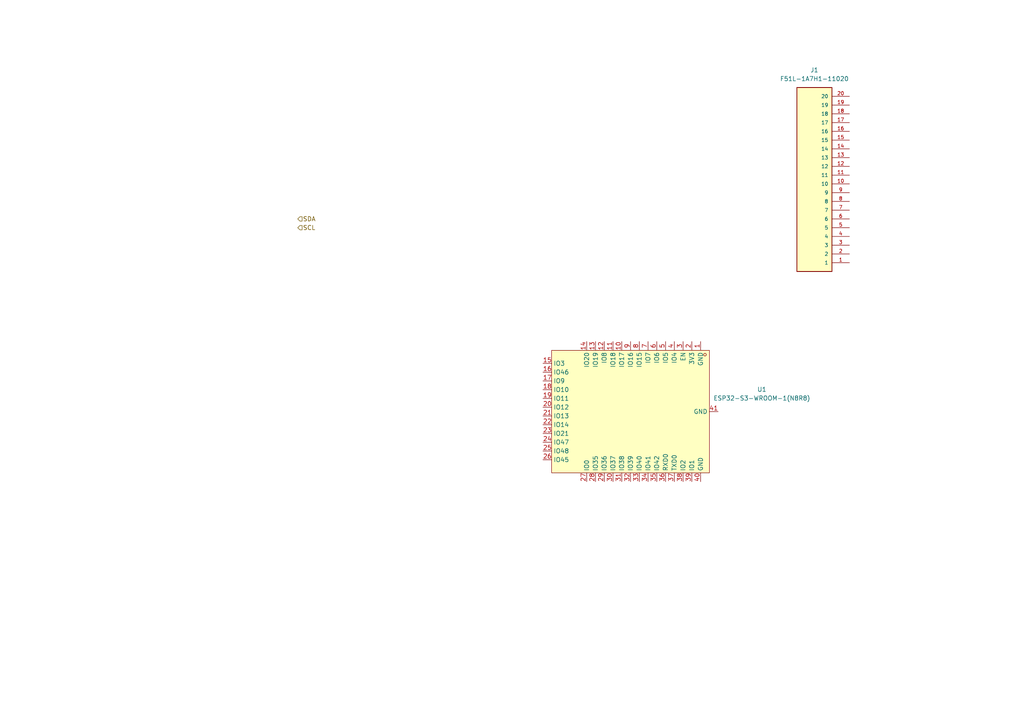
<source format=kicad_sch>
(kicad_sch (version 20250114) (generator "eeschema") (generator_version "9.0")
  (paper "A4")
  (lib_symbols
    (symbol "F51L-1A7H1-11020_1" (pin_names (offset 1.016))
      (property "Reference" "J" (at -5.08 26.162 0))
      (property "Value" "F51L-1A7H1-11020" (at -5.08 -30.48 0))
      (symbol "F51L-1A7H1-11020_1_0_0"
        (rectangle (start -5.08 -27.94) (end 5.08 25.4) (stroke (width 0.254)) (fill (type background)))
        (pin passive line (at -10.16 22.86 0) (length 5.08) (name "1") (number "1"))
        (pin passive line (at -10.16 20.32 0) (length 5.08) (name "2") (number "2"))
        (pin passive line (at -10.16 17.78 0) (length 5.08) (name "3") (number "3"))
        (pin passive line (at -10.16 15.24 0) (length 5.08) (name "4") (number "4"))
        (pin passive line (at -10.16 12.7 0) (length 5.08) (name "5") (number "5"))
        (pin passive line (at -10.16 10.16 0) (length 5.08) (name "6") (number "6"))
        (pin passive line (at -10.16 7.62 0) (length 5.08) (name "7") (number "7"))
        (pin passive line (at -10.16 5.08 0) (length 5.08) (name "8") (number "8"))
        (pin passive line (at -10.16 2.54 0) (length 5.08) (name "9") (number "9"))
        (pin passive line (at -10.16 0 0) (length 5.08) (name "10") (number "10"))
        (pin passive line (at -10.16 -2.54 0) (length 5.08) (name "11") (number "11"))
        (pin passive line (at -10.16 -5.08 0) (length 5.08) (name "12") (number "12"))
        (pin passive line (at -10.16 -7.62 0) (length 5.08) (name "13") (number "13"))
        (pin passive line (at -10.16 -10.16 0) (length 5.08) (name "14") (number "14"))
        (pin passive line (at -10.16 -12.7 0) (length 5.08) (name "15") (number "15"))
        (pin passive line (at -10.16 -15.24 0) (length 5.08) (name "16") (number "16"))
        (pin passive line (at -10.16 -17.78 0) (length 5.08) (name "17") (number "17"))
        (pin passive line (at -10.16 -20.32 0) (length 5.08) (name "18") (number "18"))
        (pin passive line (at -10.16 -22.86 0) (length 5.08) (name "19") (number "19"))
        (pin passive line (at -10.16 -25.4 0) (length 5.08) (name "20") (number "20"))
      )
    )
    (symbol "easyeda2kicad:ESP32-S3-WROOM-1(N8R8)"
      (property "Reference" "U" (at 0 30.48 0))
      (property "Value" "ESP32-S3-WROOM-1(N8R8)" (at 0 -30.48 0))
      (symbol "ESP32-S3-WROOM-1(N8R8)_0_1"
        (rectangle (start -17.78 22.86) (end 17.78 -22.86) (fill (type background)))
        (circle (center -16.51 21.59) (radius 0.38))
        (pin unspecified line (at -20.32 20.32 0) (length 2.54) (name "GND") (number "1"))
        (pin unspecified line (at -20.32 17.78 0) (length 2.54) (name "3V3") (number "2"))
        (pin unspecified line (at -20.32 15.24 0) (length 2.54) (name "EN") (number "3"))
        (pin unspecified line (at -20.32 12.7 0) (length 2.54) (name "IO4") (number "4"))
        (pin unspecified line (at -20.32 10.16 0) (length 2.54) (name "IO5") (number "5"))
        (pin unspecified line (at -20.32 7.62 0) (length 2.54) (name "IO6") (number "6"))
        (pin unspecified line (at -20.32 5.08 0) (length 2.54) (name "IO7") (number "7"))
        (pin unspecified line (at -20.32 2.54 0) (length 2.54) (name "IO15") (number "8"))
        (pin unspecified line (at -20.32 0 0) (length 2.54) (name "IO16") (number "9"))
        (pin unspecified line (at -20.32 -2.54 0) (length 2.54) (name "IO17") (number "10"))
        (pin unspecified line (at -20.32 -5.08 0) (length 2.54) (name "IO18") (number "11"))
        (pin unspecified line (at -20.32 -7.62 0) (length 2.54) (name "IO8") (number "12"))
        (pin unspecified line (at -20.32 -10.16 0) (length 2.54) (name "IO19") (number "13"))
        (pin unspecified line (at -20.32 -12.7 0) (length 2.54) (name "IO20") (number "14"))
        (pin unspecified line (at -13.97 -25.4 90) (length 2.54) (name "IO3") (number "15"))
        (pin unspecified line (at -11.43 -25.4 90) (length 2.54) (name "IO46") (number "16"))
        (pin unspecified line (at -8.89 -25.4 90) (length 2.54) (name "IO9") (number "17"))
        (pin unspecified line (at -6.35 -25.4 90) (length 2.54) (name "IO10") (number "18"))
        (pin unspecified line (at -3.81 -25.4 90) (length 2.54) (name "IO11") (number "19"))
        (pin unspecified line (at -1.27 -25.4 90) (length 2.54) (name "IO12") (number "20"))
        (pin unspecified line (at 0 25.4 270) (length 2.54) (name "GND") (number "41"))
        (pin unspecified line (at 1.27 -25.4 90) (length 2.54) (name "IO13") (number "21"))
        (pin unspecified line (at 3.81 -25.4 90) (length 2.54) (name "IO14") (number "22"))
        (pin unspecified line (at 6.35 -25.4 90) (length 2.54) (name "IO21") (number "23"))
        (pin unspecified line (at 8.89 -25.4 90) (length 2.54) (name "IO47") (number "24"))
        (pin unspecified line (at 11.43 -25.4 90) (length 2.54) (name "IO48") (number "25"))
        (pin unspecified line (at 13.97 -25.4 90) (length 2.54) (name "IO45") (number "26"))
        (pin unspecified line (at 20.32 20.32 180) (length 2.54) (name "GND") (number "40"))
        (pin unspecified line (at 20.32 17.78 180) (length 2.54) (name "IO1") (number "39"))
        (pin unspecified line (at 20.32 15.24 180) (length 2.54) (name "IO2") (number "38"))
        (pin unspecified line (at 20.32 12.7 180) (length 2.54) (name "TXD0") (number "37"))
        (pin unspecified line (at 20.32 10.16 180) (length 2.54) (name "RXD0") (number "36"))
        (pin unspecified line (at 20.32 7.62 180) (length 2.54) (name "IO42") (number "35"))
        (pin unspecified line (at 20.32 5.08 180) (length 2.54) (name "IO41") (number "34"))
        (pin unspecified line (at 20.32 2.54 180) (length 2.54) (name "IO40") (number "33"))
        (pin unspecified line (at 20.32 0 180) (length 2.54) (name "IO39") (number "32"))
        (pin unspecified line (at 20.32 -2.54 180) (length 2.54) (name "IO38") (number "31"))
        (pin unspecified line (at 20.32 -5.08 180) (length 2.54) (name "IO37") (number "30"))
        (pin unspecified line (at 20.32 -7.62 180) (length 2.54) (name "IO36") (number "29"))
        (pin unspecified line (at 20.32 -10.16 180) (length 2.54) (name "IO35") (number "28"))
        (pin unspecified line (at 20.32 -12.7 180) (length 2.54) (name "IO0") (number "27"))
      )
    )
  )
  (hierarchical_label "SDA" (shape input) (at 86.36 63.5 0))
  (hierarchical_label "SCL" (shape input) (at 86.36 66.04 0))
  (symbol (lib_id "easyeda2kicad:ESP32-S3-WROOM-1(N8R8)") (at 182.88 119.38 270) (unit 1)
    (property "Reference" "U1" (at 220.98 112.9598 90))
    (property "Value" "ESP32-S3-WROOM-1(N8R8)" (at 220.98 115.4998 90))
    (property "Footprint" "easyeda2kicad:WIRELM-SMD_ESP32-S3-WROOM-1" (effects (hide yes)))
    (property "LCSC Part" "C2913201" (effects (hide yes)))
  )
  (symbol (lib_name "F51L-1A7H1-11020_1") (lib_id "Extra:F51L-1A7H1-11020") (at 236.22 53.34 180) (unit 1)
    (property "Reference" "J1" (at 236.22 20.32 0))
    (property "Value" "F51L-1A7H1-11020" (at 236.22 22.86 0))
    (property "Footprint" "Extra:AMPHENOL_F51L-1A7H1-11020" (effects (hide yes)))
    (property "MAXIMUM_PACKAGE_HEIGHT" "5.30 mm" (effects (hide yes)))
    (property "CREATOR" "ANA" (effects (hide yes)))
    (property "STANDARD" "Manufacturer Recommendations" (effects (hide yes)))
    (property "PARTREV" "D" (effects (hide yes)))
    (property "VERIFIER" "ASHISH" (effects (hide yes)))
    (property "MANUFACTURER" "Amphenol" (effects (hide yes)))
  )
)
</source>
